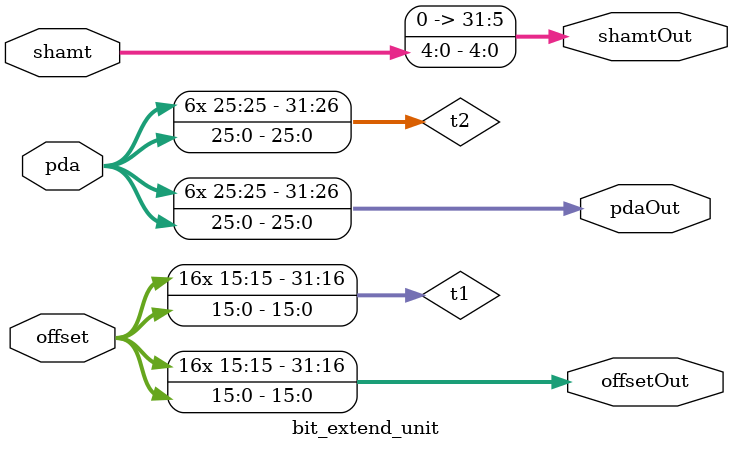
<source format=v>
`timescale 1ns / 1ps
module bit_extend_unit(
	input [4:0] shamt,
	input [15:0] offset,
	input [25:0] pda,
	output reg [31:0] shamtOut,
	output reg [31:0] offsetOut,
	output reg [31:0] pdaOut
    );
	reg [31:0] t1,t2;
	always @(*) begin
	shamtOut = {{27{1'b0}}, shamt};
	t1 = {{16{offset[15]}}, offset};
	t2 = {{6{pda[25]}}, pda};
	offsetOut = t1;
	pdaOut = t2;
    end

endmodule

</source>
